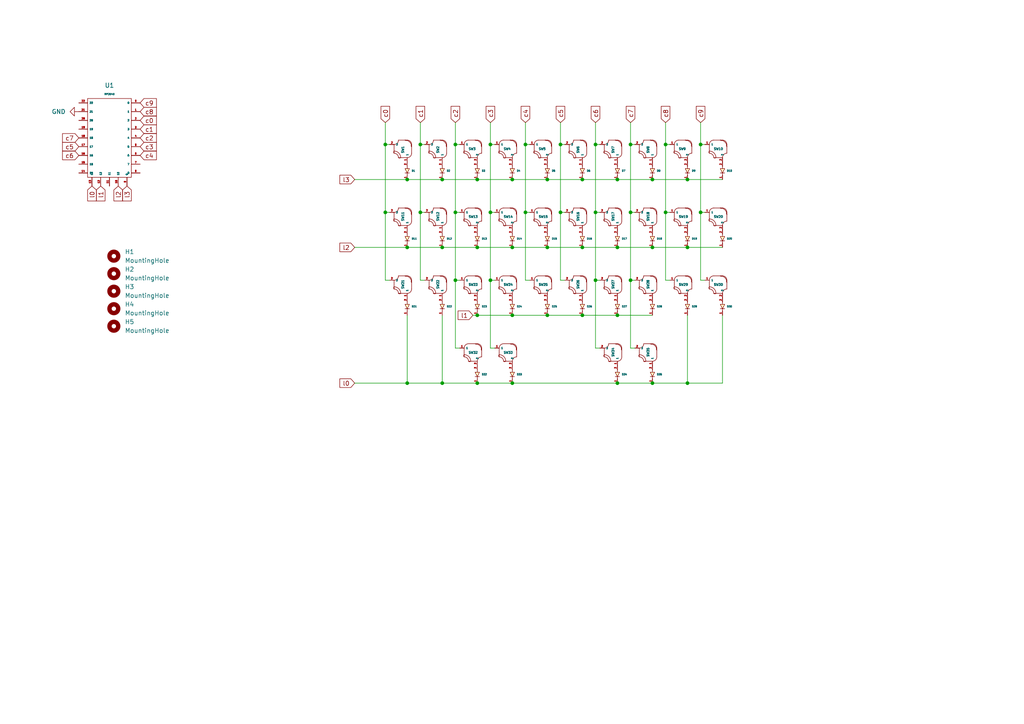
<source format=kicad_sch>
(kicad_sch (version 20211123) (generator eeschema)
  (paper "A4")
  (lib_symbols
    (symbol "Mechanical:MountingHole" (pin_names (offset 1.016))
      (property "Reference" "H" (at 0 5.08 0))
      (property "Value" "MountingHole" (at 0 3.175 0))
      (symbol "MountingHole_0_1"
        (circle (center 0 0) (radius 1.27) (stroke (width 1.27)))
      )
    )
    (symbol "keyb:Diode"
      (property "Reference" "D" (at -0.635 -1.27 0))
      (symbol "Diode_0_1"
        (polyline (pts (xy -1.27 0) (xy -0.635 0)))
        (polyline (pts (xy 0.635 0) (xy 1.27 0)))
        (polyline (pts (xy -0.635 0.635) (xy -0.635 -0.635) (xy -0.635 0)))
        (polyline (pts (xy -0.635 0) (xy 0.635 0.635) (xy 0.635 -0.635) (xy -0.635 0)) (fill (type background)))
      )
      (symbol "Diode_1_1"
        (pin bidirectional line (at -2.54 0 0) (length 1.27) (name "") (number "1"))
        (pin bidirectional line (at 2.54 0 180) (length 1.27) (name "") (number "2"))
      )
    )
    (symbol "keyb:RP2040"
      (property "Reference" "U" (at 0 1.27 0))
      (property "Value" "RP2040" (at 0 -2.54 0))
      (symbol "RP2040_0_1"
        (rectangle (start -6.35 11.43) (end 6.35 -11.43))
      )
      (symbol "RP2040_1_1"
        (pin bidirectional line (at 8.89 10.16 180) (length 2.54) (name "0") (number "0"))
        (pin bidirectional line (at 8.89 7.62 180) (length 2.54) (name "1") (number "1"))
        (pin bidirectional line (at 2.54 -13.97 90) (length 2.54) (name "10") (number "10"))
        (pin bidirectional line (at 0 -13.97 90) (length 2.54) (name "11") (number "11"))
        (pin bidirectional line (at -2.54 -13.97 90) (length 2.54) (name "12") (number "12"))
        (pin bidirectional line (at -5.08 -13.97 90) (length 2.54) (name "13") (number "13"))
        (pin bidirectional line (at -8.89 -10.16 0) (length 2.54) (name "14") (number "14"))
        (pin bidirectional line (at -8.89 -7.62 0) (length 2.54) (name "15") (number "15"))
        (pin bidirectional line (at -8.89 -5.08 0) (length 2.54) (name "16") (number "16"))
        (pin bidirectional line (at -8.89 -2.54 0) (length 2.54) (name "17") (number "17"))
        (pin bidirectional line (at -8.89 0 0) (length 2.54) (name "18") (number "18"))
        (pin bidirectional line (at -8.89 2.54 0) (length 2.54) (name "19") (number "19"))
        (pin bidirectional line (at 8.89 5.08 180) (length 2.54) (name "2") (number "2"))
        (pin bidirectional line (at -8.89 5.08 0) (length 2.54) (name "20") (number "20"))
        (pin bidirectional line (at -8.89 7.62 0) (length 2.54) (name "21") (number "21"))
        (pin bidirectional line (at -8.89 10.16 0) (length 2.54) (name "22") (number "22"))
        (pin bidirectional line (at 8.89 2.54 180) (length 2.54) (name "3") (number "3"))
        (pin bidirectional line (at 8.89 0 180) (length 2.54) (name "4") (number "4"))
        (pin bidirectional line (at 8.89 -2.54 180) (length 2.54) (name "5") (number "5"))
        (pin bidirectional line (at 8.89 -5.08 180) (length 2.54) (name "6") (number "6"))
        (pin bidirectional line (at 8.89 -7.62 180) (length 2.54) (name "7") (number "7"))
        (pin bidirectional line (at 8.89 -10.16 180) (length 2.54) (name "8") (number "8"))
        (pin bidirectional line (at 5.08 -13.97 90) (length 2.54) (name "9") (number "9"))
      )
    )
    (symbol "keyb:key"
      (property "Reference" "SW" (at 0 0 0))
      (symbol "key_0_1"
        (arc (start -2.54 -0.635) (mid -2.6715 -0.9525) (end -2.54 -1.27))
        (arc (start -1.27 -2.54) (mid -1.642 -1.642) (end -2.54 -1.27))
        (arc (start -1.27 -2.54) (mid -0.9525 -2.6715) (end -0.635 -2.54))
        (arc (start -1.27 2.54) (mid -2.168 2.168) (end -2.54 1.27))
        (arc (start -0.635 -2.54) (mid -1.1935 -1.1935) (end -2.54 -0.635))
        (polyline (pts (xy -2.54 -1.27) (xy -2.54 1.27)))
        (polyline (pts (xy -1.27 -2.54) (xy 1.27 -2.54)))
        (polyline (pts (xy 1.27 2.54) (xy -1.27 2.54)))
        (polyline (pts (xy 2.54 -1.27) (xy 2.54 1.27)))
        (arc (start 0.635 2.54) (mid 0.9525 1.7735) (end 1.27 2.54))
        (arc (start 2.54 -1.27) (mid 0.372 -0.372) (end 1.27 -2.54))
        (arc (start 2.54 0.635) (mid 3.887 3.887) (end 0.635 2.54))
        (arc (start 2.54 1.27) (mid 3.438 3.438) (end 1.27 2.54))
        (arc (start 2.54 1.27) (mid 1.7735 0.9525) (end 2.54 0.635))
      )
      (symbol "key_1_1"
        (pin bidirectional line (at -3.81 1.27 0) (length 1.27) (name "1") (number "1"))
        (pin bidirectional line (at 1.27 -3.81 90) (length 1.27) (name "2") (number "2"))
      )
    )
    (symbol "power:GND" (power) (pin_names (offset 0))
      (property "Value" "GND" (at 0 -3.81 0))
      (symbol "GND_0_1"
        (polyline (pts (xy 0 0) (xy 0 -1.27) (xy 1.27 -1.27) (xy 0 -2.54) (xy -1.27 -1.27) (xy 0 -1.27)))
      )
      (symbol "GND_1_1"
        (pin power_in line (at 0 0 270) (length 0) hide (name "GND") (number "1"))
      )
    )
  )
  (junction (at 128.27 71.755))
  (junction (at 162.56 61.595))
  (junction (at 203.2 61.595))
  (junction (at 189.23 111.125))
  (junction (at 193.04 61.595))
  (junction (at 138.43 111.125))
  (junction (at 111.76 61.595))
  (junction (at 182.88 41.91))
  (junction (at 168.91 52.07))
  (junction (at 121.92 61.595))
  (junction (at 179.07 52.07))
  (junction (at 168.91 71.755))
  (junction (at 138.43 91.44))
  (junction (at 148.59 52.07))
  (junction (at 199.39 71.755))
  (junction (at 179.07 111.125))
  (junction (at 148.59 71.755))
  (junction (at 132.08 81.28))
  (junction (at 158.75 71.755))
  (junction (at 162.56 41.91))
  (junction (at 142.24 61.595))
  (junction (at 168.91 91.44))
  (junction (at 132.08 61.595))
  (junction (at 189.23 52.07))
  (junction (at 152.4 61.595))
  (junction (at 118.11 111.125))
  (junction (at 118.11 52.07))
  (junction (at 121.92 41.91))
  (junction (at 142.24 41.91))
  (junction (at 138.43 71.755))
  (junction (at 132.08 41.91))
  (junction (at 148.59 111.125))
  (junction (at 172.72 81.28))
  (junction (at 182.88 61.595))
  (junction (at 111.76 41.91))
  (junction (at 158.75 52.07))
  (junction (at 128.27 52.07))
  (junction (at 199.39 111.125))
  (junction (at 118.11 71.755))
  (junction (at 142.24 81.28))
  (junction (at 172.72 41.91))
  (junction (at 182.88 81.28))
  (junction (at 189.23 71.755))
  (junction (at 203.2 41.91))
  (junction (at 179.07 71.755))
  (junction (at 152.4 41.91))
  (junction (at 128.27 111.125))
  (junction (at 148.59 91.44))
  (junction (at 179.07 91.44))
  (junction (at 138.43 52.07))
  (junction (at 158.75 91.44))
  (junction (at 172.72 61.595))
  (junction (at 199.39 52.07))
  (junction (at 193.04 41.91))
  (wire (pts (xy 121.92 41.91) (xy 121.92 61.595)))
  (wire (pts (xy 121.92 61.595) (xy 121.92 81.28)))
  (wire (pts (xy 128.27 111.125) (xy 138.43 111.125)))
  (wire (pts (xy 209.55 71.755) (xy 199.39 71.755)))
  (wire (pts (xy 193.04 61.595) (xy 194.31 61.595)))
  (wire (pts (xy 162.56 35.56) (xy 162.56 41.91)))
  (wire (pts (xy 142.24 61.595) (xy 143.51 61.595)))
  (wire (pts (xy 182.88 61.595) (xy 184.15 61.595)))
  (wire (pts (xy 179.07 91.44) (xy 189.23 91.44)))
  (wire (pts (xy 121.92 35.56) (xy 121.92 41.91)))
  (wire (pts (xy 121.92 41.91) (xy 123.19 41.91)))
  (wire (pts (xy 193.04 81.28) (xy 194.31 81.28)))
  (wire (pts (xy 168.91 71.755) (xy 158.75 71.755)))
  (wire (pts (xy 182.88 81.28) (xy 184.15 81.28)))
  (wire (pts (xy 193.04 61.595) (xy 193.04 81.28)))
  (wire (pts (xy 142.24 100.965) (xy 143.51 100.965)))
  (wire (pts (xy 189.23 52.07) (xy 199.39 52.07)))
  (wire (pts (xy 172.72 35.56) (xy 172.72 41.91)))
  (wire (pts (xy 162.56 81.28) (xy 163.83 81.28)))
  (wire (pts (xy 121.92 81.28) (xy 123.19 81.28)))
  (wire (pts (xy 182.88 41.91) (xy 184.15 41.91)))
  (wire (pts (xy 138.43 52.07) (xy 148.59 52.07)))
  (wire (pts (xy 172.72 61.595) (xy 172.72 81.28)))
  (wire (pts (xy 138.43 71.755) (xy 128.27 71.755)))
  (wire (pts (xy 199.39 71.755) (xy 189.23 71.755)))
  (wire (pts (xy 203.2 61.595) (xy 204.47 61.595)))
  (wire (pts (xy 142.24 35.56) (xy 142.24 41.91)))
  (wire (pts (xy 158.75 52.07) (xy 168.91 52.07)))
  (wire (pts (xy 168.91 52.07) (xy 179.07 52.07)))
  (wire (pts (xy 182.88 41.91) (xy 182.88 61.595)))
  (wire (pts (xy 118.11 52.07) (xy 128.27 52.07)))
  (wire (pts (xy 148.59 91.44) (xy 158.75 91.44)))
  (wire (pts (xy 152.4 35.56) (xy 152.4 41.91)))
  (wire (pts (xy 189.23 71.755) (xy 179.07 71.755)))
  (wire (pts (xy 128.27 91.44) (xy 128.27 111.125)))
  (wire (pts (xy 193.04 41.91) (xy 193.04 61.595)))
  (wire (pts (xy 138.43 91.44) (xy 148.59 91.44)))
  (wire (pts (xy 182.88 35.56) (xy 182.88 41.91)))
  (wire (pts (xy 172.72 61.595) (xy 173.99 61.595)))
  (wire (pts (xy 162.56 41.91) (xy 162.56 61.595)))
  (wire (pts (xy 111.76 41.91) (xy 113.03 41.91)))
  (wire (pts (xy 168.91 91.44) (xy 179.07 91.44)))
  (wire (pts (xy 128.27 52.07) (xy 138.43 52.07)))
  (wire (pts (xy 142.24 81.28) (xy 142.24 100.965)))
  (wire (pts (xy 172.72 100.965) (xy 173.99 100.965)))
  (wire (pts (xy 102.87 52.07) (xy 118.11 52.07)))
  (wire (pts (xy 172.72 81.28) (xy 172.72 100.965)))
  (wire (pts (xy 148.59 111.125) (xy 179.07 111.125)))
  (wire (pts (xy 148.59 71.755) (xy 138.43 71.755)))
  (wire (pts (xy 193.04 41.91) (xy 194.31 41.91)))
  (wire (pts (xy 132.08 81.28) (xy 132.08 100.965)))
  (wire (pts (xy 142.24 41.91) (xy 142.24 61.595)))
  (wire (pts (xy 132.08 61.595) (xy 132.08 81.28)))
  (wire (pts (xy 118.11 91.44) (xy 118.11 111.125)))
  (wire (pts (xy 132.08 100.965) (xy 133.35 100.965)))
  (wire (pts (xy 128.27 71.755) (xy 118.11 71.755)))
  (wire (pts (xy 152.4 61.595) (xy 153.67 61.595)))
  (wire (pts (xy 137.16 91.44) (xy 138.43 91.44)))
  (wire (pts (xy 111.76 61.595) (xy 113.03 61.595)))
  (wire (pts (xy 132.08 81.28) (xy 133.35 81.28)))
  (wire (pts (xy 111.76 35.56) (xy 111.76 41.91)))
  (wire (pts (xy 182.88 81.28) (xy 182.88 100.965)))
  (wire (pts (xy 179.07 52.07) (xy 189.23 52.07)))
  (wire (pts (xy 132.08 35.56) (xy 132.08 41.91)))
  (wire (pts (xy 132.08 61.595) (xy 133.35 61.595)))
  (wire (pts (xy 203.2 41.91) (xy 203.2 61.595)))
  (wire (pts (xy 102.87 111.125) (xy 118.11 111.125)))
  (wire (pts (xy 172.72 41.91) (xy 172.72 61.595)))
  (wire (pts (xy 152.4 81.28) (xy 153.67 81.28)))
  (wire (pts (xy 152.4 41.91) (xy 153.67 41.91)))
  (wire (pts (xy 203.2 81.28) (xy 204.47 81.28)))
  (wire (pts (xy 138.43 111.125) (xy 148.59 111.125)))
  (wire (pts (xy 199.39 52.07) (xy 209.55 52.07)))
  (wire (pts (xy 179.07 111.125) (xy 189.23 111.125)))
  (wire (pts (xy 118.11 71.755) (xy 102.87 71.755)))
  (wire (pts (xy 209.55 111.125) (xy 209.55 91.44)))
  (wire (pts (xy 172.72 81.28) (xy 173.99 81.28)))
  (wire (pts (xy 172.72 41.91) (xy 173.99 41.91)))
  (wire (pts (xy 111.76 41.91) (xy 111.76 61.595)))
  (wire (pts (xy 152.4 41.91) (xy 152.4 61.595)))
  (wire (pts (xy 111.76 81.28) (xy 113.03 81.28)))
  (wire (pts (xy 193.04 35.56) (xy 193.04 41.91)))
  (wire (pts (xy 142.24 81.28) (xy 143.51 81.28)))
  (wire (pts (xy 162.56 41.91) (xy 163.83 41.91)))
  (wire (pts (xy 132.08 41.91) (xy 132.08 61.595)))
  (wire (pts (xy 199.39 111.125) (xy 199.39 91.44)))
  (wire (pts (xy 142.24 61.595) (xy 142.24 81.28)))
  (wire (pts (xy 182.88 61.595) (xy 182.88 81.28)))
  (wire (pts (xy 203.2 41.91) (xy 204.47 41.91)))
  (wire (pts (xy 199.39 111.125) (xy 209.55 111.125)))
  (wire (pts (xy 142.24 41.91) (xy 143.51 41.91)))
  (wire (pts (xy 118.11 111.125) (xy 128.27 111.125)))
  (wire (pts (xy 203.2 35.56) (xy 203.2 41.91)))
  (wire (pts (xy 158.75 71.755) (xy 148.59 71.755)))
  (wire (pts (xy 189.23 111.125) (xy 199.39 111.125)))
  (wire (pts (xy 111.76 61.595) (xy 111.76 81.28)))
  (wire (pts (xy 152.4 61.595) (xy 152.4 81.28)))
  (wire (pts (xy 162.56 61.595) (xy 162.56 81.28)))
  (wire (pts (xy 179.07 71.755) (xy 168.91 71.755)))
  (wire (pts (xy 182.88 100.965) (xy 184.15 100.965)))
  (wire (pts (xy 158.75 91.44) (xy 168.91 91.44)))
  (wire (pts (xy 132.08 41.91) (xy 133.35 41.91)))
  (wire (pts (xy 162.56 61.595) (xy 163.83 61.595)))
  (wire (pts (xy 148.59 52.07) (xy 158.75 52.07)))
  (wire (pts (xy 203.2 61.595) (xy 203.2 81.28)))
  (wire (pts (xy 121.92 61.595) (xy 123.19 61.595)))
  (global_label "c3" (shape input) (at 40.64 42.545 0) (property "Références Inter-Feuilles" "${INTERSHEET_REFS}" (effects hide)))
  (global_label "c9" (shape input) (at 40.64 29.845 0) (property "Références Inter-Feuilles" "${INTERSHEET_REFS}" (effects hide)))
  (global_label "c3" (shape input) (at 142.24 35.56 90) (property "Références Inter-Feuilles" "${INTERSHEET_REFS}" (effects hide)))
  (global_label "c1" (shape input) (at 121.92 35.56 90) (property "Références Inter-Feuilles" "${INTERSHEET_REFS}" (effects hide)))
  (global_label "c2" (shape input) (at 132.08 35.56 90) (property "Références Inter-Feuilles" "${INTERSHEET_REFS}" (effects hide)))
  (global_label "c8" (shape input) (at 40.64 32.385 0) (property "Références Inter-Feuilles" "${INTERSHEET_REFS}" (effects hide)))
  (global_label "c4" (shape input) (at 40.64 45.085 0) (property "Références Inter-Feuilles" "${INTERSHEET_REFS}" (effects hide)))
  (global_label "c7" (shape input) (at 22.86 40.005 180) (property "Références Inter-Feuilles" "${INTERSHEET_REFS}" (effects hide)))
  (global_label "l2" (shape input) (at 102.87 71.755 180) (property "Références Inter-Feuilles" "${INTERSHEET_REFS}" (effects hide)))
  (global_label "c6" (shape input) (at 22.86 45.085 180) (property "Références Inter-Feuilles" "${INTERSHEET_REFS}" (effects hide)))
  (global_label "l0" (shape input) (at 26.67 53.975 270) (property "Références Inter-Feuilles" "${INTERSHEET_REFS}" (effects hide)))
  (global_label "c0" (shape input) (at 111.76 35.56 90) (property "Références Inter-Feuilles" "${INTERSHEET_REFS}" (effects hide)))
  (global_label "l1" (shape input) (at 29.21 53.975 270) (property "Références Inter-Feuilles" "${INTERSHEET_REFS}" (effects hide)))
  (global_label "c2" (shape input) (at 40.64 40.005 0) (property "Références Inter-Feuilles" "${INTERSHEET_REFS}" (effects hide)))
  (global_label "l1" (shape input) (at 137.16 91.44 180) (property "Références Inter-Feuilles" "${INTERSHEET_REFS}" (effects hide)))
  (global_label "l3" (shape input) (at 36.83 53.975 270) (property "Références Inter-Feuilles" "${INTERSHEET_REFS}" (effects hide)))
  (global_label "l0" (shape input) (at 102.87 111.125 180) (property "Références Inter-Feuilles" "${INTERSHEET_REFS}" (effects hide)))
  (global_label "c0" (shape input) (at 40.64 34.925 0) (property "Références Inter-Feuilles" "${INTERSHEET_REFS}" (effects hide)))
  (global_label "c8" (shape input) (at 193.04 35.56 90) (property "Références Inter-Feuilles" "${INTERSHEET_REFS}" (effects hide)))
  (global_label "c6" (shape input) (at 172.72 35.56 90) (property "Références Inter-Feuilles" "${INTERSHEET_REFS}" (effects hide)))
  (global_label "l3" (shape input) (at 102.87 52.07 180) (property "Références Inter-Feuilles" "${INTERSHEET_REFS}" (effects hide)))
  (global_label "l2" (shape input) (at 34.29 53.975 270) (property "Références Inter-Feuilles" "${INTERSHEET_REFS}" (effects hide)))
  (global_label "c5" (shape input) (at 162.56 35.56 90) (property "Références Inter-Feuilles" "${INTERSHEET_REFS}" (effects hide)))
  (global_label "c1" (shape input) (at 40.64 37.465 0) (property "Références Inter-Feuilles" "${INTERSHEET_REFS}" (effects hide)))
  (global_label "c4" (shape input) (at 152.4 35.56 90) (property "Références Inter-Feuilles" "${INTERSHEET_REFS}" (effects hide)))
  (global_label "c5" (shape input) (at 22.86 42.545 180) (property "Références Inter-Feuilles" "${INTERSHEET_REFS}" (effects hide)))
  (global_label "c7" (shape input) (at 182.88 35.56 90) (property "Références Inter-Feuilles" "${INTERSHEET_REFS}" (effects hide)))
  (global_label "c9" (shape input) (at 203.2 35.56 90) (property "Références Inter-Feuilles" "${INTERSHEET_REFS}" (effects hide)))
  (symbol (lib_id "Mechanical:MountingHole") (at 33.02 84.455 0) (unit 1)
    (property "Reference" "H3" (at 36.195 83.1849 0) (effects (justify left)))
    (property "Value" "MountingHole" (at 36.195 85.7249 0) (effects (justify left)))
    (property "Footprint" "MountingHole:MountingHole_2.2mm_M2" (effects hide))
  )
  (symbol (lib_id "keyb:Diode") (at 118.11 88.9 90) (unit 1)
    (property "Reference" "D21" (at 119.38 88.9 90) (effects (font (size 0.5 0.5)) (justify right)))
    (property "Value" "Diode" (effects hide))
    (property "Footprint" "keyb-footprints:Diode" (effects hide))
  )
  (symbol (lib_id "keyb:key") (at 147.32 43.18 0) (unit 1)
    (property "Reference" "SW4" (at 146.05 43.18 0) (effects (font (size 0.65 0.65)) (justify left)))
    (property "Value" "key" (effects hide))
    (property "Footprint" "keyb-footprints:MX-5pin" (effects hide))
  )
  (symbol (lib_id "keyb:key") (at 147.32 62.865 0) (unit 1)
    (property "Reference" "SW14" (at 146.05 62.865 0) (effects (font (size 0.65 0.65)) (justify left)))
    (property "Value" "key" (effects hide))
    (property "Footprint" "keyb-footprints:MX-5pin" (effects hide))
  )
  (symbol (lib_id "keyb:key") (at 198.12 62.865 0) (unit 1)
    (property "Reference" "SW19" (at 196.85 62.865 0) (effects (font (size 0.65 0.65)) (justify left)))
    (property "Value" "key" (effects hide))
    (property "Footprint" "keyb-footprints:MX-5pin" (effects hide))
  )
  (symbol (lib_id "keyb:key") (at 147.32 82.55 0) (unit 1)
    (property "Reference" "SW24" (at 146.05 82.55 0) (effects (font (size 0.65 0.65)) (justify left)))
    (property "Value" "key" (effects hide))
    (property "Footprint" "keyb-footprints:MX-5pin" (effects hide))
  )
  (symbol (lib_id "keyb:key") (at 137.16 43.18 0) (unit 1)
    (property "Reference" "SW3" (at 135.89 43.18 0) (effects (font (size 0.65 0.65)) (justify left)))
    (property "Value" "key" (effects hide))
    (property "Footprint" "keyb-footprints:MX-5pin" (effects hide))
  )
  (symbol (lib_id "keyb:Diode") (at 148.59 108.585 90) (unit 1)
    (property "Reference" "D33" (at 149.86 108.585 90) (effects (font (size 0.5 0.5)) (justify right)))
    (property "Value" "Diode" (effects hide))
    (property "Footprint" "keyb-footprints:Diode" (effects hide))
  )
  (symbol (lib_id "keyb:key") (at 157.48 43.18 0) (unit 1)
    (property "Reference" "SW5" (at 156.21 43.18 0) (effects (font (size 0.65 0.65)) (justify left)))
    (property "Value" "key" (effects hide))
    (property "Footprint" "keyb-footprints:MX-5pin" (effects hide))
  )
  (symbol (lib_id "Mechanical:MountingHole") (at 33.02 74.295 0) (unit 1)
    (property "Reference" "H1" (at 36.195 73.0249 0) (effects (justify left)))
    (property "Value" "MountingHole" (at 36.195 75.5649 0) (effects (justify left)))
    (property "Footprint" "MountingHole:MountingHole_2.2mm_M2" (effects hide))
  )
  (symbol (lib_id "keyb:key") (at 187.96 62.865 270) (mirror x) (unit 1)
    (property "Reference" "SW18" (at 187.96 64.135 0) (effects (font (size 0.65 0.65)) (justify left)))
    (property "Value" "key" (effects hide))
    (property "Footprint" "keyb-footprints:MX-5pin" (effects hide))
  )
  (symbol (lib_id "keyb:Diode") (at 158.75 69.215 90) (unit 1)
    (property "Reference" "D15" (at 160.02 69.215 90) (effects (font (size 0.5 0.5)) (justify right)))
    (property "Value" "Diode" (effects hide))
    (property "Footprint" "keyb-footprints:Diode" (effects hide))
  )
  (symbol (lib_id "keyb:RP2040") (at 31.75 40.005 0) (unit 1)
    (property "Reference" "U1" (at 31.75 24.765 0))
    (property "Value" "RP2040" (at 31.75 27.305 0) (effects (font (size 0.5 0.5))))
    (property "Footprint" "keyb-footprints:RP2040" (effects hide))
  )
  (symbol (lib_id "Mechanical:MountingHole") (at 33.02 89.535 0) (unit 1)
    (property "Reference" "H4" (at 36.195 88.2649 0) (effects (justify left)))
    (property "Value" "MountingHole" (at 36.195 90.8049 0) (effects (justify left)))
    (property "Footprint" "MountingHole:MountingHole_2.2mm_M2" (effects hide))
  )
  (symbol (lib_id "keyb:key") (at 187.96 43.18 270) (mirror x) (unit 1)
    (property "Reference" "SW8" (at 187.96 44.45 0) (effects (font (size 0.65 0.65)) (justify left)))
    (property "Value" "key" (effects hide))
    (property "Footprint" "keyb-footprints:MX-5pin" (effects hide))
  )
  (symbol (lib_id "keyb:Diode") (at 168.91 69.215 90) (unit 1)
    (property "Reference" "D16" (at 170.18 69.215 90) (effects (font (size 0.5 0.5)) (justify right)))
    (property "Value" "Diode" (effects hide))
    (property "Footprint" "keyb-footprints:Diode" (effects hide))
  )
  (symbol (lib_id "keyb:Diode") (at 179.07 49.53 90) (unit 1)
    (property "Reference" "D7" (at 180.34 49.53 90) (effects (font (size 0.5 0.5)) (justify right)))
    (property "Value" "Diode" (effects hide))
    (property "Footprint" "keyb-footprints:Diode" (effects hide))
  )
  (symbol (lib_id "keyb:Diode") (at 199.39 49.53 90) (unit 1)
    (property "Reference" "D9" (at 200.66 49.53 90) (effects (font (size 0.5 0.5)) (justify right)))
    (property "Value" "Diode" (effects hide))
    (property "Footprint" "keyb-footprints:Diode" (effects hide))
  )
  (symbol (lib_id "keyb:key") (at 116.84 62.865 270) (mirror x) (unit 1)
    (property "Reference" "SW11" (at 116.84 64.135 0) (effects (font (size 0.65 0.65)) (justify left)))
    (property "Value" "key" (effects hide))
    (property "Footprint" "keyb-footprints:MX-5pin" (effects hide))
  )
  (symbol (lib_id "keyb:key") (at 127 82.55 270) (mirror x) (unit 1)
    (property "Reference" "SW22" (at 127 83.82 0) (effects (font (size 0.65 0.65)) (justify left)))
    (property "Value" "key" (effects hide))
    (property "Footprint" "keyb-footprints:MX-5pin" (effects hide))
  )
  (symbol (lib_id "keyb:Diode") (at 138.43 88.9 90) (unit 1)
    (property "Reference" "D23" (at 139.7 88.9 90) (effects (font (size 0.5 0.5)) (justify right)))
    (property "Value" "Diode" (effects hide))
    (property "Footprint" "keyb-footprints:Diode" (effects hide))
  )
  (symbol (lib_id "keyb:Diode") (at 189.23 88.9 90) (unit 1)
    (property "Reference" "D28" (at 190.5 88.9 90) (effects (font (size 0.5 0.5)) (justify right)))
    (property "Value" "Diode" (effects hide))
    (property "Footprint" "keyb-footprints:Diode" (effects hide))
  )
  (symbol (lib_id "keyb:key") (at 157.48 82.55 0) (unit 1)
    (property "Reference" "SW25" (at 156.21 82.55 0) (effects (font (size 0.65 0.65)) (justify left)))
    (property "Value" "key" (effects hide))
    (property "Footprint" "keyb-footprints:MX-5pin" (effects hide))
  )
  (symbol (lib_id "keyb:key") (at 167.64 62.865 270) (mirror x) (unit 1)
    (property "Reference" "SW16" (at 167.64 64.135 0) (effects (font (size 0.65 0.65)) (justify left)))
    (property "Value" "key" (effects hide))
    (property "Footprint" "keyb-footprints:MX-5pin" (effects hide))
  )
  (symbol (lib_id "keyb:Diode") (at 199.39 88.9 90) (unit 1)
    (property "Reference" "D29" (at 200.66 88.9 90) (effects (font (size 0.5 0.5)) (justify right)))
    (property "Value" "Diode" (effects hide))
    (property "Footprint" "keyb-footprints:Diode" (effects hide))
  )
  (symbol (lib_id "keyb:key") (at 177.8 43.18 270) (mirror x) (unit 1)
    (property "Reference" "SW7" (at 177.8 44.45 0) (effects (font (size 0.65 0.65)) (justify left)))
    (property "Value" "key" (effects hide))
    (property "Footprint" "keyb-footprints:MX-5pin" (effects hide))
  )
  (symbol (lib_id "keyb:key") (at 137.16 102.235 0) (unit 1)
    (property "Reference" "SW32" (at 135.89 102.235 0) (effects (font (size 0.65 0.65)) (justify left)))
    (property "Value" "key" (effects hide))
    (property "Footprint" "keyb-footprints:MX-5pin" (effects hide))
  )
  (symbol (lib_id "keyb:Diode") (at 128.27 49.53 90) (unit 1)
    (property "Reference" "D2" (at 129.54 49.53 90) (effects (font (size 0.5 0.5)) (justify right)))
    (property "Value" "Diode" (effects hide))
    (property "Footprint" "keyb-footprints:Diode" (effects hide))
  )
  (symbol (lib_id "keyb:key") (at 116.84 43.18 270) (mirror x) (unit 1)
    (property "Reference" "SW1" (at 116.84 44.45 0) (effects (font (size 0.65 0.65)) (justify left)))
    (property "Value" "key" (effects hide))
    (property "Footprint" "keyb-footprints:MX-5pin" (effects hide))
  )
  (symbol (lib_id "keyb:Diode") (at 138.43 49.53 90) (unit 1)
    (property "Reference" "D3" (at 139.7 49.53 90) (effects (font (size 0.5 0.5)) (justify right)))
    (property "Value" "Diode" (effects hide))
    (property "Footprint" "keyb-footprints:Diode" (effects hide))
  )
  (symbol (lib_id "keyb:key") (at 177.8 82.55 270) (mirror x) (unit 1)
    (property "Reference" "SW27" (at 177.8 83.82 0) (effects (font (size 0.65 0.65)) (justify left)))
    (property "Value" "key" (effects hide))
    (property "Footprint" "keyb-footprints:MX-5pin" (effects hide))
  )
  (symbol (lib_id "keyb:Diode") (at 138.43 108.585 90) (unit 1)
    (property "Reference" "D32" (at 139.7 108.585 90) (effects (font (size 0.5 0.5)) (justify right)))
    (property "Value" "Diode" (effects hide))
    (property "Footprint" "keyb-footprints:Diode" (effects hide))
  )
  (symbol (lib_id "keyb:Diode") (at 158.75 49.53 90) (unit 1)
    (property "Reference" "D5" (at 160.02 49.53 90) (effects (font (size 0.5 0.5)) (justify right)))
    (property "Value" "Diode" (effects hide))
    (property "Footprint" "keyb-footprints:Diode" (effects hide))
  )
  (symbol (lib_id "keyb:Diode") (at 118.11 69.215 90) (unit 1)
    (property "Reference" "D11" (at 119.38 69.215 90) (effects (font (size 0.5 0.5)) (justify right)))
    (property "Value" "Diode" (effects hide))
    (property "Footprint" "keyb-footprints:Diode" (effects hide))
  )
  (symbol (lib_id "keyb:key") (at 116.84 82.55 270) (mirror x) (unit 1)
    (property "Reference" "SW21" (at 116.84 83.82 0) (effects (font (size 0.65 0.65)) (justify left)))
    (property "Value" "key" (effects hide))
    (property "Footprint" "keyb-footprints:MX-5pin" (effects hide))
  )
  (symbol (lib_id "keyb:key") (at 208.28 62.865 0) (unit 1)
    (property "Reference" "SW20" (at 207.01 62.865 0) (effects (font (size 0.65 0.65)) (justify left)))
    (property "Value" "key" (effects hide))
    (property "Footprint" "keyb-footprints:MX-5pin" (effects hide))
  )
  (symbol (lib_id "power:GND") (at 22.86 32.385 270) (unit 1)
    (property "Reference" "#PWR02" (effects hide))
    (property "Value" "GND" (at 19.05 32.3849 90) (effects (justify right)))
  )
  (symbol (lib_id "keyb:Diode") (at 209.55 69.215 90) (unit 1)
    (property "Reference" "D20" (at 210.82 69.215 90) (effects (font (size 0.5 0.5)) (justify right)))
    (property "Value" "Diode" (effects hide))
    (property "Footprint" "keyb-footprints:Diode" (effects hide))
  )
  (symbol (lib_id "keyb:key") (at 137.16 82.55 0) (unit 1)
    (property "Reference" "SW23" (at 135.89 82.55 0) (effects (font (size 0.65 0.65)) (justify left)))
    (property "Value" "key" (effects hide))
    (property "Footprint" "keyb-footprints:MX-5pin" (effects hide))
  )
  (symbol (lib_id "keyb:Diode") (at 148.59 49.53 90) (unit 1)
    (property "Reference" "D4" (at 149.86 49.53 90) (effects (font (size 0.5 0.5)) (justify right)))
    (property "Value" "Diode" (effects hide))
    (property "Footprint" "keyb-footprints:Diode" (effects hide))
  )
  (symbol (lib_id "keyb:key") (at 187.96 102.235 270) (mirror x) (unit 1)
    (property "Reference" "SW35" (at 187.96 103.505 0) (effects (font (size 0.65 0.65)) (justify left)))
    (property "Value" "key" (effects hide))
    (property "Footprint" "keyb-footprints:MX-5pin" (effects hide))
  )
  (symbol (lib_id "keyb:Diode") (at 209.55 49.53 90) (unit 1)
    (property "Reference" "D10" (at 210.82 49.53 90) (effects (font (size 0.5 0.5)) (justify right)))
    (property "Value" "Diode" (effects hide))
    (property "Footprint" "keyb-footprints:Diode" (effects hide))
  )
  (symbol (lib_id "keyb:Diode") (at 138.43 69.215 90) (unit 1)
    (property "Reference" "D13" (at 139.7 69.215 90) (effects (font (size 0.5 0.5)) (justify right)))
    (property "Value" "Diode" (effects hide))
    (property "Footprint" "keyb-footprints:Diode" (effects hide))
  )
  (symbol (lib_id "keyb:Diode") (at 168.91 88.9 90) (unit 1)
    (property "Reference" "D26" (at 170.18 88.9 90) (effects (font (size 0.5 0.5)) (justify right)))
    (property "Value" "Diode" (effects hide))
    (property "Footprint" "keyb-footprints:Diode" (effects hide))
  )
  (symbol (lib_id "keyb:Diode") (at 179.07 88.9 90) (unit 1)
    (property "Reference" "D27" (at 180.34 88.9 90) (effects (font (size 0.5 0.5)) (justify right)))
    (property "Value" "Diode" (effects hide))
    (property "Footprint" "keyb-footprints:Diode" (effects hide))
  )
  (symbol (lib_id "keyb:key") (at 167.64 43.18 270) (mirror x) (unit 1)
    (property "Reference" "SW6" (at 167.64 44.45 0) (effects (font (size 0.65 0.65)) (justify left)))
    (property "Value" "key" (effects hide))
    (property "Footprint" "keyb-footprints:MX-5pin" (effects hide))
  )
  (symbol (lib_id "keyb:Diode") (at 189.23 108.585 90) (unit 1)
    (property "Reference" "D35" (at 190.5 108.585 90) (effects (font (size 0.5 0.5)) (justify right)))
    (property "Value" "Diode" (effects hide))
    (property "Footprint" "keyb-footprints:Diode" (effects hide))
  )
  (symbol (lib_id "keyb:Diode") (at 179.07 108.585 90) (unit 1)
    (property "Reference" "D34" (at 180.34 108.585 90) (effects (font (size 0.5 0.5)) (justify right)))
    (property "Value" "Diode" (effects hide))
    (property "Footprint" "keyb-footprints:Diode" (effects hide))
  )
  (symbol (lib_id "keyb:key") (at 157.48 62.865 0) (unit 1)
    (property "Reference" "SW15" (at 156.21 62.865 0) (effects (font (size 0.65 0.65)) (justify left)))
    (property "Value" "key" (effects hide))
    (property "Footprint" "keyb-footprints:MX-5pin" (effects hide))
  )
  (symbol (lib_id "keyb:Diode") (at 179.07 69.215 90) (unit 1)
    (property "Reference" "D17" (at 180.34 69.215 90) (effects (font (size 0.5 0.5)) (justify right)))
    (property "Value" "Diode" (effects hide))
    (property "Footprint" "keyb-footprints:Diode" (effects hide))
  )
  (symbol (lib_id "keyb:Diode") (at 209.55 88.9 90) (unit 1)
    (property "Reference" "D30" (at 210.82 88.9 90) (effects (font (size 0.5 0.5)) (justify right)))
    (property "Value" "Diode" (effects hide))
    (property "Footprint" "keyb-footprints:Diode" (effects hide))
  )
  (symbol (lib_id "keyb:key") (at 127 43.18 270) (mirror x) (unit 1)
    (property "Reference" "SW2" (at 127 44.45 0) (effects (font (size 0.65 0.65)) (justify left)))
    (property "Value" "key" (effects hide))
    (property "Footprint" "keyb-footprints:MX-5pin" (effects hide))
  )
  (symbol (lib_id "keyb:key") (at 187.96 82.55 270) (mirror x) (unit 1)
    (property "Reference" "SW28" (at 187.96 83.82 0) (effects (font (size 0.65 0.65)) (justify left)))
    (property "Value" "key" (effects hide))
    (property "Footprint" "keyb-footprints:MX-5pin" (effects hide))
  )
  (symbol (lib_id "keyb:Diode") (at 189.23 69.215 90) (unit 1)
    (property "Reference" "D18" (at 190.5 69.215 90) (effects (font (size 0.5 0.5)) (justify right)))
    (property "Value" "Diode" (effects hide))
    (property "Footprint" "keyb-footprints:Diode" (effects hide))
  )
  (symbol (lib_id "keyb:key") (at 208.28 43.18 0) (unit 1)
    (property "Reference" "SW10" (at 207.01 43.18 0) (effects (font (size 0.65 0.65)) (justify left)))
    (property "Value" "key" (effects hide))
    (property "Footprint" "keyb-footprints:MX-5pin" (effects hide))
  )
  (symbol (lib_id "keyb:Diode") (at 118.11 49.53 90) (unit 1)
    (property "Reference" "D1" (at 119.38 49.53 90) (effects (font (size 0.5 0.5)) (justify right)))
    (property "Value" "Diode" (effects hide))
    (property "Footprint" "keyb-footprints:Diode" (effects hide))
  )
  (symbol (lib_id "Mechanical:MountingHole") (at 33.02 79.375 0) (unit 1)
    (property "Reference" "H2" (at 36.195 78.1049 0) (effects (justify left)))
    (property "Value" "MountingHole" (at 36.195 80.6449 0) (effects (justify left)))
    (property "Footprint" "MountingHole:MountingHole_2.2mm_M2" (effects hide))
  )
  (symbol (lib_id "keyb:key") (at 198.12 82.55 0) (unit 1)
    (property "Reference" "SW29" (at 196.85 82.55 0) (effects (font (size 0.65 0.65)) (justify left)))
    (property "Value" "key" (effects hide))
    (property "Footprint" "keyb-footprints:MX-5pin" (effects hide))
  )
  (symbol (lib_id "keyb:Diode") (at 189.23 49.53 90) (unit 1)
    (property "Reference" "D8" (at 190.5 49.53 90) (effects (font (size 0.5 0.5)) (justify right)))
    (property "Value" "Diode" (effects hide))
    (property "Footprint" "keyb-footprints:Diode" (effects hide))
  )
  (symbol (lib_id "keyb:Diode") (at 158.75 88.9 90) (unit 1)
    (property "Reference" "D25" (at 160.02 88.9 90) (effects (font (size 0.5 0.5)) (justify right)))
    (property "Value" "Diode" (effects hide))
    (property "Footprint" "keyb-footprints:Diode" (effects hide))
  )
  (symbol (lib_id "keyb:key") (at 137.16 62.865 0) (unit 1)
    (property "Reference" "SW13" (at 135.89 62.865 0) (effects (font (size 0.65 0.65)) (justify left)))
    (property "Value" "key" (effects hide))
    (property "Footprint" "keyb-footprints:MX-5pin" (effects hide))
  )
  (symbol (lib_id "Mechanical:MountingHole") (at 33.02 94.615 0) (unit 1)
    (property "Reference" "H5" (at 36.195 93.3449 0) (effects (justify left)))
    (property "Value" "MountingHole" (at 36.195 95.8849 0) (effects (justify left)))
    (property "Footprint" "MountingHole:MountingHole_2.2mm_M2" (effects hide))
  )
  (symbol (lib_id "keyb:Diode") (at 168.91 49.53 90) (unit 1)
    (property "Reference" "D6" (at 170.18 49.53 90) (effects (font (size 0.5 0.5)) (justify right)))
    (property "Value" "Diode" (effects hide))
    (property "Footprint" "keyb-footprints:Diode" (effects hide))
  )
  (symbol (lib_id "keyb:key") (at 177.8 62.865 270) (mirror x) (unit 1)
    (property "Reference" "SW17" (at 177.8 64.135 0) (effects (font (size 0.65 0.65)) (justify left)))
    (property "Value" "key" (effects hide))
    (property "Footprint" "keyb-footprints:MX-5pin" (effects hide))
  )
  (symbol (lib_id "keyb:key") (at 177.8 102.235 270) (mirror x) (unit 1)
    (property "Reference" "SW34" (at 177.8 103.505 0) (effects (font (size 0.65 0.65)) (justify left)))
    (property "Value" "key" (effects hide))
    (property "Footprint" "keyb-footprints:MX-5pin_stab_rev" (effects hide))
  )
  (symbol (lib_id "keyb:key") (at 147.32 102.235 0) (unit 1)
    (property "Reference" "SW33" (at 146.05 102.235 0) (effects (font (size 0.65 0.65)) (justify left)))
    (property "Value" "key" (effects hide))
    (property "Footprint" "keyb-footprints:MX-5pin_stab_rev" (effects hide))
  )
  (symbol (lib_id "keyb:Diode") (at 148.59 69.215 90) (unit 1)
    (property "Reference" "D14" (at 149.86 69.215 90) (effects (font (size 0.5 0.5)) (justify right)))
    (property "Value" "Diode" (effects hide))
    (property "Footprint" "keyb-footprints:Diode" (effects hide))
  )
  (symbol (lib_id "keyb:key") (at 167.64 82.55 270) (mirror x) (unit 1)
    (property "Reference" "SW26" (at 167.64 83.82 0) (effects (font (size 0.65 0.65)) (justify left)))
    (property "Value" "key" (effects hide))
    (property "Footprint" "keyb-footprints:MX-5pin" (effects hide))
  )
  (symbol (lib_id "keyb:key") (at 208.28 82.55 0) (unit 1)
    (property "Reference" "SW30" (at 207.01 82.55 0) (effects (font (size 0.65 0.65)) (justify left)))
    (property "Value" "key" (effects hide))
    (property "Footprint" "keyb-footprints:MX-5pin" (effects hide))
  )
  (symbol (lib_id "keyb:Diode") (at 128.27 88.9 90) (unit 1)
    (property "Reference" "D22" (at 129.54 88.9 90) (effects (font (size 0.5 0.5)) (justify right)))
    (property "Value" "Diode" (effects hide))
    (property "Footprint" "keyb-footprints:Diode" (effects hide))
  )
  (symbol (lib_id "keyb:Diode") (at 148.59 88.9 90) (unit 1)
    (property "Reference" "D24" (at 149.86 88.9 90) (effects (font (size 0.5 0.5)) (justify right)))
    (property "Value" "Diode" (effects hide))
    (property "Footprint" "keyb-footprints:Diode" (effects hide))
  )
  (symbol (lib_id "keyb:key") (at 127 62.865 270) (mirror x) (unit 1)
    (property "Reference" "SW12" (at 127 64.135 0) (effects (font (size 0.65 0.65)) (justify left)))
    (property "Value" "key" (effects hide))
    (property "Footprint" "keyb-footprints:MX-5pin" (effects hide))
  )
  (symbol (lib_id "keyb:key") (at 198.12 43.18 0) (unit 1)
    (property "Reference" "SW9" (at 196.85 43.18 0) (effects (font (size 0.65 0.65)) (justify left)))
    (property "Value" "key" (effects hide))
    (property "Footprint" "keyb-footprints:MX-5pin" (effects hide))
  )
  (symbol (lib_id "keyb:Diode") (at 199.39 69.215 90) (unit 1)
    (property "Reference" "D19" (at 200.66 69.215 90) (effects (font (size 0.5 0.5)) (justify right)))
    (property "Value" "Diode" (effects hide))
    (property "Footprint" "keyb-footprints:Diode" (effects hide))
  )
  (symbol (lib_id "keyb:Diode") (at 128.27 69.215 90) (unit 1)
    (property "Reference" "D12" (at 129.54 69.215 90) (effects (font (size 0.5 0.5)) (justify right)))
    (property "Value" "Diode" (effects hide))
    (property "Footprint" "keyb-footprints:Diode" (effects hide))
  )
)
</source>
